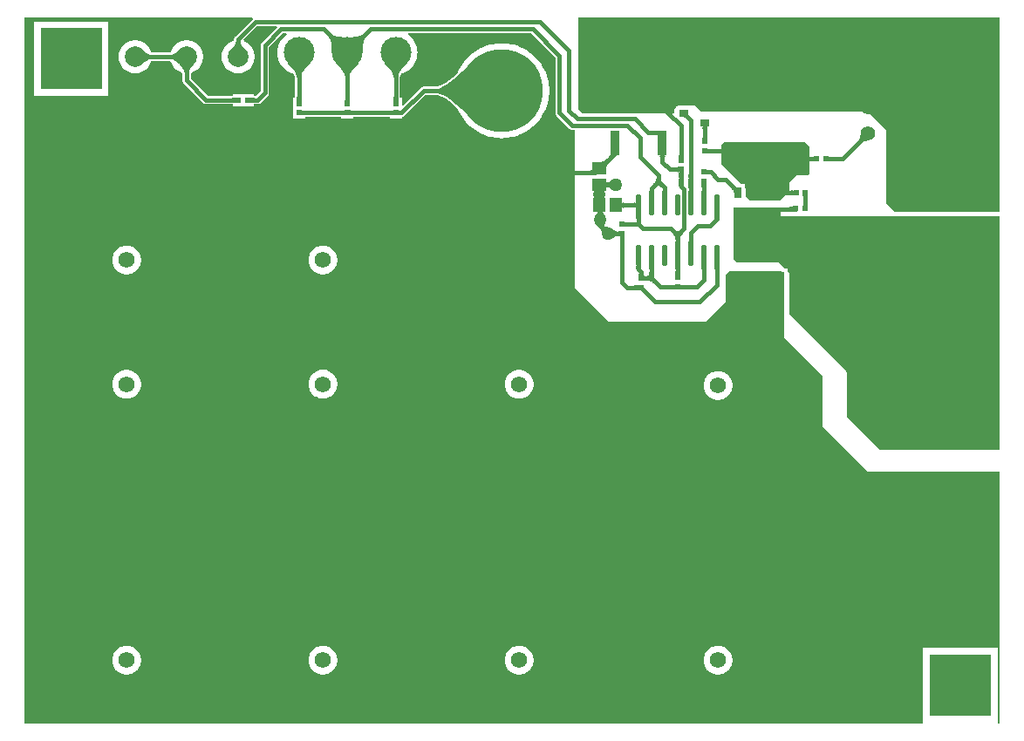
<source format=gtl>
G04*
G04 #@! TF.GenerationSoftware,Altium Limited,Altium Designer,19.0.6 (157)*
G04*
G04 Layer_Physical_Order=1*
G04 Layer_Color=255*
%FSLAX25Y25*%
%MOIN*%
G70*
G01*
G75*
%ADD15R,0.02200X0.02200*%
G04:AMPARAMS|DCode=16|XSize=78mil|YSize=22mil|CornerRadius=5.5mil|HoleSize=0mil|Usage=FLASHONLY|Rotation=90.000|XOffset=0mil|YOffset=0mil|HoleType=Round|Shape=RoundedRectangle|*
%AMROUNDEDRECTD16*
21,1,0.07800,0.01100,0,0,90.0*
21,1,0.06700,0.02200,0,0,90.0*
1,1,0.01100,0.00550,0.03350*
1,1,0.01100,0.00550,-0.03350*
1,1,0.01100,-0.00550,-0.03350*
1,1,0.01100,-0.00550,0.03350*
%
%ADD16ROUNDEDRECTD16*%
%ADD17R,0.02000X0.02200*%
%ADD18R,0.05700X0.05500*%
%ADD19R,0.20866X0.16500*%
%ADD20R,0.02200X0.02200*%
%ADD21R,0.02200X0.02000*%
%ADD22R,0.05140X0.05709*%
%ADD23R,0.05709X0.05140*%
%ADD24R,0.03700X0.09800*%
%ADD25R,0.26700X0.27300*%
%ADD26R,0.03150X0.03347*%
%ADD27R,0.03150X0.03937*%
%ADD28R,0.29300X0.06300*%
%ADD29R,0.03500X0.03100*%
%ADD30R,0.18110X0.14370*%
%ADD47C,0.01500*%
%ADD48R,0.03150X0.01000*%
%ADD49C,0.07874*%
%ADD50R,0.06200X0.06200*%
%ADD51C,0.06200*%
%ADD52C,0.11811*%
%ADD53C,0.31496*%
%ADD54R,0.23622X0.23622*%
%ADD55C,0.05500*%
%ADD56C,0.15748*%
%ADD57C,0.05000*%
%ADD58C,0.02165*%
G36*
X84235Y262625D02*
X84295Y262320D01*
X84395Y262004D01*
X84535Y261678D01*
X84716Y261342D01*
X84937Y260995D01*
X85198Y260638D01*
X85498Y260270D01*
X86221Y259505D01*
X80709D01*
X81090Y259893D01*
X81732Y260638D01*
X81992Y260995D01*
X82213Y261342D01*
X82394Y261678D01*
X82534Y262004D01*
X82634Y262320D01*
X82695Y262625D01*
X82715Y262920D01*
X84215D01*
X84235Y262625D01*
D02*
G37*
G36*
X132375Y264385D02*
X132124Y264087D01*
X131901Y263720D01*
X131706Y263285D01*
X131537Y262782D01*
X131396Y262210D01*
X131283Y261570D01*
X131197Y260862D01*
X131106Y259240D01*
X131102Y258327D01*
X125256Y264173D01*
X126169Y264177D01*
X128499Y264354D01*
X129139Y264467D01*
X129711Y264608D01*
X130214Y264777D01*
X130649Y264972D01*
X131016Y265195D01*
X131314Y265446D01*
X132375Y264385D01*
D02*
G37*
G36*
X119378Y265195D02*
X119744Y264972D01*
X120179Y264777D01*
X120683Y264608D01*
X121254Y264467D01*
X121894Y264354D01*
X122602Y264268D01*
X124224Y264177D01*
X125138Y264173D01*
X119292Y258327D01*
X119287Y259240D01*
X119111Y261570D01*
X118997Y262210D01*
X118856Y262782D01*
X118688Y263285D01*
X118492Y263720D01*
X118269Y264087D01*
X118019Y264385D01*
X119080Y265446D01*
X119378Y265195D01*
D02*
G37*
G36*
X60968Y253937D02*
X60580Y254318D01*
X59835Y254960D01*
X59478Y255221D01*
X59131Y255441D01*
X58795Y255622D01*
X58469Y255762D01*
X58153Y255863D01*
X57847Y255923D01*
X57552Y255943D01*
Y257443D01*
X57847Y257463D01*
X58153Y257523D01*
X58469Y257623D01*
X58795Y257764D01*
X59131Y257944D01*
X59478Y258165D01*
X59835Y258426D01*
X60202Y258727D01*
X60968Y259449D01*
Y253937D01*
D02*
G37*
G36*
X47294Y259068D02*
X48039Y258426D01*
X48396Y258165D01*
X48743Y257944D01*
X49079Y257764D01*
X49406Y257623D01*
X49721Y257523D01*
X50027Y257463D01*
X50322Y257443D01*
Y255943D01*
X50027Y255923D01*
X49721Y255863D01*
X49406Y255762D01*
X49079Y255622D01*
X48743Y255441D01*
X48396Y255221D01*
X48039Y254960D01*
X47672Y254659D01*
X46906Y253937D01*
Y259449D01*
X47294Y259068D01*
D02*
G37*
G36*
X66154Y253493D02*
X65512Y252748D01*
X65252Y252391D01*
X65031Y252044D01*
X64850Y251708D01*
X64710Y251382D01*
X64610Y251066D01*
X64550Y250761D01*
X64530Y250466D01*
X63029D01*
X63010Y250761D01*
X62949Y251066D01*
X62849Y251382D01*
X62709Y251708D01*
X62528Y252044D01*
X62307Y252391D01*
X62047Y252748D01*
X61746Y253116D01*
X61024Y253881D01*
X66535D01*
X66154Y253493D01*
D02*
G37*
G36*
X147192Y253401D02*
X145669Y251629D01*
X145297Y251096D01*
X144992Y250592D01*
X144755Y250117D01*
X144586Y249671D01*
X144485Y249255D01*
X144451Y248867D01*
X142951D01*
X142917Y249255D01*
X142815Y249671D01*
X142646Y250117D01*
X142409Y250592D01*
X142105Y251096D01*
X141733Y251629D01*
X141293Y252191D01*
X140210Y253401D01*
X139567Y254050D01*
X147835D01*
X147192Y253401D01*
D02*
G37*
G36*
X128688D02*
X127165Y251629D01*
X126793Y251096D01*
X126488Y250592D01*
X126251Y250117D01*
X126082Y249671D01*
X125981Y249255D01*
X125947Y248867D01*
X124447D01*
X124413Y249255D01*
X124311Y249671D01*
X124142Y250117D01*
X123905Y250592D01*
X123601Y251096D01*
X123229Y251629D01*
X122789Y252191D01*
X121706Y253401D01*
X121063Y254050D01*
X129331D01*
X128688Y253401D01*
D02*
G37*
G36*
X110184D02*
X108661Y251629D01*
X108289Y251096D01*
X107984Y250592D01*
X107747Y250117D01*
X107578Y249671D01*
X107477Y249255D01*
X107443Y248867D01*
X105943D01*
X105909Y249255D01*
X105808Y249671D01*
X105638Y250117D01*
X105402Y250592D01*
X105097Y251096D01*
X104725Y251629D01*
X104285Y252191D01*
X103202Y253401D01*
X102559Y254050D01*
X110827D01*
X110184Y253401D01*
D02*
G37*
G36*
X144454Y241061D02*
X144505Y240386D01*
X144535Y240221D01*
X144572Y240086D01*
X144616Y239981D01*
X144667Y239906D01*
X144725Y239861D01*
X144789Y239846D01*
X142613D01*
X142677Y239861D01*
X142735Y239906D01*
X142785Y239981D01*
X142829Y240086D01*
X142866Y240221D01*
X142897Y240386D01*
X142920Y240581D01*
X142947Y241061D01*
X142951Y241346D01*
X144451D01*
X144454Y241061D01*
D02*
G37*
G36*
X125950D02*
X126001Y240386D01*
X126031Y240221D01*
X126068Y240086D01*
X126112Y239981D01*
X126163Y239906D01*
X126221Y239861D01*
X126285Y239846D01*
X124109D01*
X124173Y239861D01*
X124231Y239906D01*
X124281Y239981D01*
X124325Y240086D01*
X124362Y240221D01*
X124393Y240386D01*
X124416Y240581D01*
X124443Y241061D01*
X124447Y241346D01*
X125947D01*
X125950Y241061D01*
D02*
G37*
G36*
X107446D02*
X107497Y240386D01*
X107527Y240221D01*
X107565Y240086D01*
X107608Y239981D01*
X107659Y239906D01*
X107717Y239861D01*
X107781Y239846D01*
X105605D01*
X105669Y239861D01*
X105727Y239906D01*
X105777Y239981D01*
X105821Y240086D01*
X105858Y240221D01*
X105889Y240386D01*
X105912Y240581D01*
X105939Y241061D01*
X105943Y241346D01*
X107443D01*
X107446Y241061D01*
D02*
G37*
G36*
X88286Y241181D02*
X88331Y241124D01*
X88406Y241073D01*
X88511Y241029D01*
X88646Y240992D01*
X88811Y240962D01*
X89006Y240938D01*
X89486Y240911D01*
X89771Y240908D01*
Y239407D01*
X89486Y239404D01*
X88811Y239353D01*
X88646Y239323D01*
X88511Y239286D01*
X88406Y239242D01*
X88331Y239191D01*
X88286Y239134D01*
X88271Y239070D01*
Y241246D01*
X88286Y241181D01*
D02*
G37*
G36*
X82595Y239070D02*
X82580Y239134D01*
X82535Y239191D01*
X82460Y239242D01*
X82355Y239286D01*
X82220Y239323D01*
X82055Y239353D01*
X81860Y239377D01*
X81380Y239404D01*
X81095Y239407D01*
Y240908D01*
X81380Y240911D01*
X82055Y240962D01*
X82220Y240992D01*
X82355Y241029D01*
X82460Y241073D01*
X82535Y241124D01*
X82580Y241181D01*
X82595Y241246D01*
Y239070D01*
D02*
G37*
G36*
X144800Y236282D02*
X144833Y236224D01*
X144888Y236174D01*
X144965Y236130D01*
X145063Y236092D01*
X145184Y236062D01*
X145327Y236038D01*
X145492Y236021D01*
X145888Y236008D01*
Y234508D01*
X145679Y234505D01*
X145327Y234477D01*
X145184Y234454D01*
X145063Y234423D01*
X144965Y234386D01*
X144888Y234342D01*
X144833Y234292D01*
X144800Y234234D01*
X144789Y234170D01*
Y236346D01*
X144800Y236282D01*
D02*
G37*
G36*
X142613Y234170D02*
X142598Y234234D01*
X142553Y234292D01*
X142478Y234342D01*
X142373Y234386D01*
X142238Y234423D01*
X142073Y234454D01*
X141878Y234477D01*
X141398Y234505D01*
X141113Y234508D01*
Y236008D01*
X141398Y236011D01*
X142073Y236062D01*
X142238Y236092D01*
X142373Y236130D01*
X142478Y236174D01*
X142553Y236224D01*
X142598Y236282D01*
X142613Y236346D01*
Y234170D01*
D02*
G37*
G36*
X126300Y236282D02*
X126345Y236224D01*
X126420Y236174D01*
X126525Y236130D01*
X126660Y236092D01*
X126825Y236062D01*
X127020Y236038D01*
X127500Y236011D01*
X127785Y236008D01*
Y234508D01*
X127500Y234505D01*
X126825Y234454D01*
X126660Y234423D01*
X126525Y234386D01*
X126420Y234342D01*
X126345Y234292D01*
X126300Y234234D01*
X126285Y234170D01*
Y236346D01*
X126300Y236282D01*
D02*
G37*
G36*
X124109Y234170D02*
X124094Y234234D01*
X124049Y234292D01*
X123974Y234342D01*
X123869Y234386D01*
X123734Y234423D01*
X123569Y234454D01*
X123374Y234477D01*
X122894Y234505D01*
X122609Y234508D01*
Y236008D01*
X122894Y236011D01*
X123569Y236062D01*
X123734Y236092D01*
X123869Y236130D01*
X123974Y236174D01*
X124049Y236224D01*
X124094Y236282D01*
X124109Y236346D01*
Y234170D01*
D02*
G37*
G36*
X107796Y236282D02*
X107841Y236224D01*
X107916Y236174D01*
X108021Y236130D01*
X108156Y236092D01*
X108321Y236062D01*
X108516Y236038D01*
X108996Y236011D01*
X109281Y236008D01*
Y234508D01*
X108996Y234505D01*
X108321Y234454D01*
X108156Y234423D01*
X108021Y234386D01*
X107916Y234342D01*
X107841Y234292D01*
X107796Y234234D01*
X107781Y234170D01*
Y236346D01*
X107796Y236282D01*
D02*
G37*
G36*
X173006Y232677D02*
X171054Y234629D01*
X164487Y240382D01*
X163156Y241307D01*
X161949Y242026D01*
X160866Y242540D01*
X159908Y242848D01*
X159073Y242951D01*
Y244451D01*
X159908Y244553D01*
X160866Y244862D01*
X161949Y245375D01*
X163156Y246095D01*
X164487Y247019D01*
X165943Y248149D01*
X169226Y251026D01*
X173006Y254724D01*
Y232677D01*
D02*
G37*
G36*
X255590Y235000D02*
X255563Y234898D01*
X255575Y234774D01*
X255625Y234626D01*
X255714Y234455D01*
X255840Y234261D01*
X256004Y234044D01*
X256448Y233541D01*
X256727Y233254D01*
X255466Y232394D01*
X255194Y232657D01*
X254499Y233240D01*
X254307Y233365D01*
X254134Y233455D01*
X253981Y233510D01*
X253848Y233530D01*
X253735Y233516D01*
X253642Y233466D01*
X255654Y235078D01*
X255590Y235000D01*
D02*
G37*
G36*
X263185Y229751D02*
X263058Y229706D01*
X262945Y229630D01*
X262848Y229524D01*
X262766Y229388D01*
X262698Y229222D01*
X262645Y229025D01*
X262608Y228799D01*
X262585Y228541D01*
X262578Y228254D01*
X261078D01*
X261070Y228541D01*
X261048Y228799D01*
X261010Y229025D01*
X260958Y229222D01*
X260891Y229388D01*
X260808Y229524D01*
X260710Y229630D01*
X260598Y229706D01*
X260470Y229751D01*
X260328Y229766D01*
X263328D01*
X263185Y229751D01*
D02*
G37*
G36*
X243792Y228457D02*
X243804Y226219D01*
X243788Y226361D01*
X243742Y226489D01*
X243666Y226601D01*
X243560Y226699D01*
X243424Y226781D01*
X243258Y226849D01*
X243061Y226901D01*
X242835Y226939D01*
X242579Y226961D01*
X242292Y226969D01*
Y228469D01*
X243792Y228457D01*
D02*
G37*
G36*
X262581Y226545D02*
X262632Y225870D01*
X262662Y225705D01*
X262700Y225570D01*
X262744Y225465D01*
X262794Y225390D01*
X262852Y225345D01*
X262916Y225330D01*
X260740D01*
X260804Y225345D01*
X260862Y225390D01*
X260912Y225465D01*
X260956Y225570D01*
X260993Y225705D01*
X261024Y225870D01*
X261048Y226065D01*
X261075Y226545D01*
X261078Y226830D01*
X262578D01*
X262581Y226545D01*
D02*
G37*
G36*
X324067Y224494D02*
X323746Y224489D01*
X323441Y224467D01*
X323153Y224428D01*
X322881Y224371D01*
X322624Y224298D01*
X322385Y224208D01*
X322161Y224100D01*
X321954Y223976D01*
X321762Y223835D01*
X321587Y223676D01*
X320527Y224737D01*
X320685Y224912D01*
X320826Y225103D01*
X320951Y225310D01*
X321058Y225534D01*
X321148Y225774D01*
X321222Y226030D01*
X321278Y226302D01*
X321317Y226591D01*
X321339Y226896D01*
X321345Y227217D01*
X324067Y224494D01*
D02*
G37*
G36*
X262931Y221585D02*
X262976Y221545D01*
X263051Y221509D01*
X263156Y221478D01*
X263291Y221452D01*
X263456Y221430D01*
X263876Y221402D01*
X264416Y221392D01*
Y219892D01*
X264131Y219890D01*
X263291Y219833D01*
X263156Y219806D01*
X263051Y219776D01*
X262976Y219740D01*
X262931Y219699D01*
X262916Y219654D01*
Y221630D01*
X262931Y221585D01*
D02*
G37*
G36*
X228545Y218681D02*
X228393Y218731D01*
X228216Y218734D01*
X228014Y218691D01*
X227786Y218601D01*
X227534Y218465D01*
X227256Y218283D01*
X226953Y218054D01*
X226272Y217458D01*
X225893Y217090D01*
X224700Y218018D01*
X225027Y218355D01*
X225533Y218947D01*
X225713Y219201D01*
X225843Y219427D01*
X225925Y219625D01*
X225957Y219795D01*
X225941Y219938D01*
X225875Y220052D01*
X225760Y220139D01*
X228545Y218681D01*
D02*
G37*
G36*
X253509Y219407D02*
X253560Y218732D01*
X253590Y218567D01*
X253628Y218432D01*
X253672Y218327D01*
X253722Y218252D01*
X253780Y218207D01*
X253844Y218192D01*
X251668D01*
X251732Y218207D01*
X251790Y218252D01*
X251840Y218327D01*
X251884Y218432D01*
X251921Y218567D01*
X251952Y218732D01*
X251975Y218927D01*
X252003Y219407D01*
X252006Y219692D01*
X253506D01*
X253509Y219407D01*
D02*
G37*
G36*
X246987Y218666D02*
X246860Y218621D01*
X246747Y218546D01*
X246650Y218441D01*
X246567Y218306D01*
X246500Y218141D01*
X246447Y217946D01*
X246410Y217721D01*
X246387Y217466D01*
X246380Y217181D01*
X244880D01*
X244872Y217466D01*
X244850Y217721D01*
X244812Y217946D01*
X244760Y218141D01*
X244692Y218306D01*
X244610Y218441D01*
X244512Y218546D01*
X244400Y218621D01*
X244272Y218666D01*
X244130Y218681D01*
X247130D01*
X246987Y218666D01*
D02*
G37*
G36*
X225546Y216742D02*
X225249Y216435D01*
X224782Y215883D01*
X224612Y215639D01*
X224485Y215417D01*
X224400Y215215D01*
X224358Y215035D01*
Y214876D01*
X224400Y214738D01*
X224485Y214621D01*
X222363Y216742D01*
X222480Y216657D01*
X222618Y216615D01*
X222777D01*
X222957Y216657D01*
X223159Y216742D01*
X223382Y216870D01*
X223626Y217039D01*
X223891Y217251D01*
X224485Y217803D01*
X225546Y216742D01*
D02*
G37*
G36*
X309152Y218666D02*
X309197Y218608D01*
X309272Y218558D01*
X309377Y218514D01*
X309512Y218477D01*
X309677Y218446D01*
X309872Y218423D01*
X310352Y218395D01*
X310637Y218392D01*
Y216892D01*
X310352Y216889D01*
X309677Y216838D01*
X309512Y216808D01*
X309377Y216770D01*
X309272Y216726D01*
X309197Y216676D01*
X309152Y216618D01*
X309137Y216554D01*
Y218730D01*
X309152Y218666D01*
D02*
G37*
G36*
X301969Y222047D02*
Y218392D01*
X302246Y218395D01*
X302921Y218446D01*
X303086Y218477D01*
X303221Y218514D01*
X303326Y218558D01*
X303401Y218608D01*
X303446Y218666D01*
X303461Y218730D01*
Y216554D01*
X303446Y216618D01*
X303401Y216676D01*
X303326Y216726D01*
X303221Y216770D01*
X303086Y216808D01*
X302921Y216838D01*
X302726Y216862D01*
X302246Y216889D01*
X301969Y216892D01*
Y212205D01*
X301181Y211417D01*
X296850D01*
X294094Y208661D01*
Y205520D01*
X294372Y205523D01*
X295047Y205574D01*
X295212Y205604D01*
X295347Y205641D01*
X295452Y205685D01*
X295527Y205736D01*
X295572Y205793D01*
X295587Y205858D01*
Y203682D01*
X295572Y203746D01*
X295527Y203803D01*
X295452Y203854D01*
X295347Y203898D01*
X295212Y203935D01*
X295047Y203966D01*
X294852Y203989D01*
X294372Y204016D01*
X294087Y204020D01*
Y205111D01*
X290551Y201575D01*
X279134D01*
X277559Y203150D01*
X277559Y206299D01*
X277153Y206705D01*
Y207938D01*
X275920D01*
X268110Y215748D01*
X268110Y222835D01*
X269291Y224016D01*
X300000D01*
X301969Y222047D01*
D02*
G37*
G36*
X262481Y213737D02*
X262526Y213654D01*
X262601Y213581D01*
X262706Y213518D01*
X262841Y213464D01*
X263006Y213420D01*
X263201Y213386D01*
X263426Y213362D01*
X263966Y213342D01*
Y211842D01*
X262466Y211854D01*
Y213830D01*
X262481Y213737D01*
D02*
G37*
G36*
X218800Y211626D02*
X218785Y211624D01*
X218740Y211622D01*
X217300Y211614D01*
Y213114D01*
X217587Y213122D01*
X217843Y213144D01*
X218070Y213182D01*
X218266Y213234D01*
X218432Y213302D01*
X218568Y213384D01*
X218674Y213482D01*
X218750Y213594D01*
X218796Y213722D01*
X218812Y213864D01*
X218800Y211626D01*
D02*
G37*
G36*
X257130Y211445D02*
X257187Y210605D01*
X257214Y210470D01*
X257245Y210365D01*
X257280Y210290D01*
X257321Y210245D01*
X257366Y210230D01*
X255390D01*
X255435Y210245D01*
X255476Y210290D01*
X255511Y210365D01*
X255542Y210470D01*
X255568Y210605D01*
X255590Y210770D01*
X255618Y211190D01*
X255628Y211730D01*
X257128D01*
X257130Y211445D01*
D02*
G37*
G36*
X251668Y212516D02*
X253844D01*
X253772Y212501D01*
X253708Y212456D01*
X253652Y212381D01*
X253603Y212276D01*
X253561Y212141D01*
X253527Y211976D01*
X253501Y211781D01*
X253475Y211365D01*
X253539Y210470D01*
X253564Y210365D01*
X253594Y210290D01*
X253628Y210245D01*
X253666Y210230D01*
X251690D01*
X251743Y210245D01*
X251790Y210290D01*
X251831Y210365D01*
X251867Y210470D01*
X251898Y210605D01*
X251923Y210770D01*
X251956Y211190D01*
X251959Y211368D01*
X251919Y211976D01*
X251892Y212141D01*
X251859Y212276D01*
X251820Y212381D01*
X251776Y212456D01*
X251725Y212501D01*
X251668Y212516D01*
X251653Y212580D01*
X251608Y212638D01*
X251533Y212689D01*
X251428Y212733D01*
X251293Y212770D01*
X251128Y212800D01*
X250933Y212824D01*
X250453Y212851D01*
X250168Y212854D01*
Y214354D01*
X250453Y214358D01*
X251128Y214408D01*
X251293Y214439D01*
X251428Y214476D01*
X251533Y214520D01*
X251608Y214571D01*
X251653Y214628D01*
X251668Y214692D01*
Y212516D01*
D02*
G37*
G36*
X226178Y206113D02*
X225981Y206303D01*
X225781Y206473D01*
X225578Y206623D01*
X225372Y206753D01*
X225164Y206863D01*
X224952Y206953D01*
X224938Y206958D01*
X224860Y206926D01*
X224725Y206843D01*
X224620Y206746D01*
X224545Y206633D01*
X224500Y206505D01*
X224485Y206363D01*
Y207078D01*
X224301Y207103D01*
X224079Y207113D01*
Y208613D01*
X224301Y208623D01*
X224485Y208648D01*
Y209363D01*
X224500Y209221D01*
X224545Y209093D01*
X224620Y208980D01*
X224725Y208883D01*
X224860Y208801D01*
X224938Y208768D01*
X224952Y208773D01*
X225164Y208863D01*
X225372Y208973D01*
X225578Y209103D01*
X225781Y209253D01*
X225981Y209423D01*
X226178Y209613D01*
Y206113D01*
D02*
G37*
G36*
X253541Y208057D02*
X253517Y208030D01*
X253496Y207985D01*
X253478Y207922D01*
X253463Y207841D01*
X253450Y207742D01*
X253433Y207489D01*
X253428Y207165D01*
X251928D01*
X251926Y207336D01*
X251893Y207841D01*
X251878Y207922D01*
X251860Y207985D01*
X251839Y208030D01*
X251815Y208057D01*
X251788Y208066D01*
X253568D01*
X253541Y208057D01*
D02*
G37*
G36*
X244855Y210504D02*
X244887Y210217D01*
X244940Y209939D01*
X245014Y209670D01*
X245110Y209409D01*
X245226Y209158D01*
X245364Y208915D01*
X245523Y208681D01*
X245704Y208455D01*
X245905Y208239D01*
X245155Y206868D01*
X244943Y207059D01*
X244731Y207207D01*
X244519Y207313D01*
X244307Y207377D01*
X244094Y207398D01*
X243882Y207377D01*
X243670Y207313D01*
X243458Y207207D01*
X243246Y207059D01*
X243034Y206868D01*
X242284Y208239D01*
X242485Y208455D01*
X242666Y208681D01*
X242825Y208915D01*
X242963Y209158D01*
X243079Y209409D01*
X243175Y209670D01*
X243249Y209939D01*
X243302Y210217D01*
X243334Y210504D01*
X243344Y210800D01*
X244845D01*
X244855Y210504D01*
D02*
G37*
G36*
X262402Y208139D02*
X262344Y208094D01*
X262294Y208019D01*
X262250Y207914D01*
X262212Y207779D01*
X262182Y207614D01*
X262158Y207419D01*
X262131Y206939D01*
X262128Y206654D01*
X260628D01*
X260625Y206939D01*
X260574Y207614D01*
X260543Y207779D01*
X260506Y207914D01*
X260462Y208019D01*
X260412Y208094D01*
X260354Y208139D01*
X260290Y208154D01*
X262466D01*
X262402Y208139D01*
D02*
G37*
G36*
X257321Y208039D02*
X257280Y207994D01*
X257245Y207919D01*
X257214Y207814D01*
X257187Y207679D01*
X257166Y207514D01*
X257137Y207094D01*
X257128Y206554D01*
X255628D01*
X255626Y206839D01*
X255568Y207679D01*
X255542Y207814D01*
X255511Y207919D01*
X255476Y207994D01*
X255435Y208039D01*
X255390Y208054D01*
X257366D01*
X257321Y208039D01*
D02*
G37*
G36*
X222402Y207577D02*
X222429Y207349D01*
X222476Y207128D01*
X222540Y206914D01*
X222624Y206708D01*
X222725Y206509D01*
X222846Y206317D01*
X222984Y206132D01*
X223142Y205954D01*
X223317Y205784D01*
X219968D01*
X220144Y205954D01*
X220301Y206132D01*
X220439Y206317D01*
X220560Y206509D01*
X220661Y206708D01*
X220745Y206914D01*
X220809Y207128D01*
X220855Y207349D01*
X220883Y207577D01*
X220893Y207812D01*
X222393D01*
X222402Y207577D01*
D02*
G37*
G36*
X273123Y207490D02*
X273674Y207023D01*
X273918Y206854D01*
X274141Y206726D01*
X274342Y206641D01*
X274523Y206599D01*
X274682D01*
X274820Y206641D01*
X274937Y206726D01*
X272815Y204605D01*
X272900Y204721D01*
X272942Y204859D01*
Y205018D01*
X272900Y205199D01*
X272815Y205400D01*
X272688Y205623D01*
X272518Y205867D01*
X272306Y206132D01*
X271755Y206726D01*
X272815Y207787D01*
X273123Y207490D01*
D02*
G37*
G36*
X262131Y205092D02*
X262177Y204420D01*
X262205Y204231D01*
X262278Y203907D01*
X262324Y203771D01*
X262376Y203653D01*
X262435Y203552D01*
X260321D01*
X260380Y203653D01*
X260432Y203771D01*
X260478Y203907D01*
X260518Y204060D01*
X260551Y204231D01*
X260600Y204626D01*
X260616Y204850D01*
X260628Y205351D01*
X262128D01*
X262131Y205092D01*
D02*
G37*
G36*
X257131D02*
X257177Y204420D01*
X257205Y204231D01*
X257278Y203907D01*
X257324Y203771D01*
X257376Y203653D01*
X257435Y203552D01*
X255321D01*
X255380Y203653D01*
X255432Y203771D01*
X255478Y203907D01*
X255518Y204060D01*
X255551Y204231D01*
X255600Y204626D01*
X255616Y204850D01*
X255628Y205351D01*
X257128D01*
X257131Y205092D01*
D02*
G37*
G36*
X247131D02*
X247177Y204420D01*
X247205Y204231D01*
X247278Y203907D01*
X247324Y203771D01*
X247376Y203653D01*
X247435Y203552D01*
X245321D01*
X245379Y203653D01*
X245432Y203771D01*
X245478Y203907D01*
X245517Y204060D01*
X245551Y204231D01*
X245600Y204626D01*
X245616Y204850D01*
X245628Y205351D01*
X247128D01*
X247131Y205092D01*
D02*
G37*
G36*
X242131D02*
X242177Y204420D01*
X242205Y204231D01*
X242278Y203907D01*
X242324Y203771D01*
X242376Y203653D01*
X242435Y203552D01*
X240321D01*
X240380Y203653D01*
X240432Y203771D01*
X240478Y203907D01*
X240517Y204060D01*
X240551Y204231D01*
X240600Y204626D01*
X240616Y204850D01*
X240628Y205351D01*
X242128D01*
X242131Y205092D01*
D02*
G37*
G36*
X222901Y205303D02*
X222794Y205261D01*
X222700Y205192D01*
X222618Y205095D01*
X222549Y204970D01*
X222493Y204817D01*
X222449Y204636D01*
X222418Y204428D01*
X222399Y204191D01*
X222393Y203928D01*
X222396Y203718D01*
X222423Y203364D01*
X222447Y203220D01*
X222478Y203099D01*
X222516Y202999D01*
X222561Y202922D01*
X222612Y202867D01*
X222670Y202834D01*
X222736Y202822D01*
X220549D01*
X220615Y202834D01*
X220673Y202867D01*
X220724Y202922D01*
X220769Y202999D01*
X220807Y203099D01*
X220838Y203220D01*
X220862Y203364D01*
X220879Y203530D01*
X220893Y203928D01*
X220886Y204191D01*
X220867Y204428D01*
X220836Y204636D01*
X220792Y204817D01*
X220736Y204970D01*
X220667Y205095D01*
X220585Y205192D01*
X220491Y205261D01*
X220384Y205303D01*
X220265Y205317D01*
X223020D01*
X222901Y205303D01*
D02*
G37*
G36*
X301199Y203667D02*
X301142Y203622D01*
X301091Y203547D01*
X301047Y203442D01*
X301010Y203307D01*
X300979Y203142D01*
X300956Y202947D01*
X300929Y202467D01*
X300925Y202182D01*
X299425D01*
X299422Y202467D01*
X299371Y203142D01*
X299341Y203307D01*
X299304Y203442D01*
X299260Y203547D01*
X299209Y203622D01*
X299151Y203667D01*
X299087Y203682D01*
X301263D01*
X301199Y203667D01*
D02*
G37*
G36*
X223142Y201901D02*
X222984Y201723D01*
X222846Y201538D01*
X222725Y201346D01*
X222624Y201147D01*
X222540Y200941D01*
X222476Y200727D01*
X222429Y200506D01*
X222402Y200278D01*
X222393Y200043D01*
X220893D01*
X220883Y200278D01*
X220855Y200506D01*
X220809Y200727D01*
X220745Y200941D01*
X220661Y201147D01*
X220560Y201346D01*
X220439Y201538D01*
X220301Y201723D01*
X220144Y201901D01*
X219968Y202071D01*
X223317D01*
X223142Y201901D01*
D02*
G37*
G36*
X300929Y201122D02*
X300979Y200447D01*
X301010Y200282D01*
X301047Y200147D01*
X301091Y200042D01*
X301142Y199967D01*
X301199Y199922D01*
X301263Y199907D01*
X299287D01*
X299313Y199922D01*
X299337Y199967D01*
X299358Y200042D01*
X299376Y200147D01*
X299391Y200282D01*
X299420Y200867D01*
X299425Y201407D01*
X300925D01*
X300929Y201122D01*
D02*
G37*
G36*
X235291Y198492D02*
X235276Y198635D01*
X235231Y198762D01*
X235155Y198875D01*
X235050Y198972D01*
X234913Y199055D01*
X234747Y199122D01*
X234550Y199175D01*
X234324Y199212D01*
X234067Y199235D01*
X233779Y199242D01*
Y200742D01*
X234067Y200750D01*
X234324Y200772D01*
X234550Y200810D01*
X234747Y200862D01*
X234913Y200930D01*
X235050Y201012D01*
X235155Y201110D01*
X235231Y201222D01*
X235276Y201350D01*
X235291Y201492D01*
Y198492D01*
D02*
G37*
G36*
X230525Y201350D02*
X230570Y201222D01*
X230646Y201110D01*
X230752Y201012D01*
X230888Y200930D01*
X231054Y200862D01*
X231251Y200810D01*
X231477Y200772D01*
X231735Y200750D01*
X232022Y200742D01*
Y199242D01*
X231735Y199235D01*
X231477Y199212D01*
X231251Y199175D01*
X231054Y199122D01*
X230888Y199055D01*
X230752Y198972D01*
X230646Y198875D01*
X230570Y198762D01*
X230525Y198635D01*
X230510Y198492D01*
Y201492D01*
X230525Y201350D01*
D02*
G37*
G36*
X295587Y197731D02*
X295572Y197736D01*
X295527Y197741D01*
X295347Y197748D01*
X294087Y197758D01*
Y199258D01*
X294372Y199264D01*
X294627Y199284D01*
X294852Y199316D01*
X295047Y199362D01*
X295212Y199420D01*
X295347Y199492D01*
X295452Y199576D01*
X295527Y199673D01*
X295572Y199784D01*
X295587Y199907D01*
Y197731D01*
D02*
G37*
G36*
X374569Y197277D02*
X334613D01*
X331102Y200787D01*
Y228740D01*
X324016Y235827D01*
X260236Y235827D01*
X258121Y237942D01*
X251438D01*
X251238Y237742D01*
X250978D01*
Y237482D01*
X250000Y236504D01*
X250000Y234992D01*
X249478D01*
X249466Y234916D01*
X249493Y234799D01*
X249560Y234661D01*
X249670Y234502D01*
X249820Y234322D01*
X250011Y234120D01*
X248420Y233590D01*
X248107Y233892D01*
X247513Y234401D01*
X247232Y234608D01*
X246962Y234783D01*
X246702Y234926D01*
X246555Y234992D01*
X215008D01*
X213386Y236614D01*
Y271813D01*
X374569D01*
Y197277D01*
D02*
G37*
G36*
X222687Y198151D02*
X222717Y197931D01*
X222767Y197714D01*
X222837Y197500D01*
X222927Y197289D01*
X223000Y197150D01*
X223427D01*
X223284Y197135D01*
X223157Y197090D01*
X223068Y197031D01*
X223167Y196874D01*
X223317Y196671D01*
X223487Y196471D01*
X223677Y196274D01*
X222721D01*
X222707Y196190D01*
X222684Y195935D01*
X222677Y195650D01*
X221177D01*
X221169Y195935D01*
X221147Y196190D01*
X221133Y196274D01*
X220177D01*
X220367Y196471D01*
X220537Y196671D01*
X220687Y196874D01*
X220786Y197031D01*
X220697Y197090D01*
X220569Y197135D01*
X220427Y197150D01*
X220854D01*
X220927Y197289D01*
X221017Y197500D01*
X221087Y197714D01*
X221137Y197931D01*
X221167Y198151D01*
X221177Y198373D01*
X222677D01*
X222687Y198151D01*
D02*
G37*
G36*
X267376Y196333D02*
X267324Y196217D01*
X267278Y196086D01*
X267238Y195939D01*
X267205Y195776D01*
X267156Y195403D01*
X267140Y195192D01*
X267128Y194724D01*
X265628D01*
X265625Y194966D01*
X265579Y195597D01*
X265551Y195776D01*
X265478Y196086D01*
X265432Y196217D01*
X265380Y196333D01*
X265321Y196432D01*
X267435D01*
X267376Y196333D01*
D02*
G37*
G36*
X237376Y196332D02*
X237324Y196213D01*
X237278Y196078D01*
X237238Y195924D01*
X237205Y195753D01*
X237156Y195358D01*
X237140Y195134D01*
X237128Y194633D01*
X235628D01*
X235625Y194893D01*
X235579Y195564D01*
X235551Y195753D01*
X235478Y196078D01*
X235432Y196213D01*
X235380Y196332D01*
X235321Y196432D01*
X237435D01*
X237376Y196332D01*
D02*
G37*
G36*
X231418Y193616D02*
X231463Y193558D01*
X231538Y193508D01*
X231643Y193464D01*
X231778Y193427D01*
X231943Y193396D01*
X232138Y193373D01*
X232618Y193345D01*
X232903Y193342D01*
Y191842D01*
X232618Y191839D01*
X231943Y191788D01*
X231778Y191758D01*
X231643Y191720D01*
X231538Y191676D01*
X231463Y191626D01*
X231418Y191568D01*
X231403Y191504D01*
Y193680D01*
X231418Y193616D01*
D02*
G37*
G36*
X253189Y189136D02*
X252987Y188919D01*
X252807Y188694D01*
X252648Y188460D01*
X252510Y188217D01*
X252393Y187965D01*
X252298Y187705D01*
X252223Y187436D01*
X252170Y187158D01*
X252139Y186871D01*
X252128Y186575D01*
X250628D01*
X250617Y186871D01*
X250586Y187158D01*
X250533Y187436D01*
X250458Y187705D01*
X250363Y187965D01*
X250246Y188217D01*
X250108Y188460D01*
X249949Y188694D01*
X249769Y188919D01*
X249567Y189136D01*
X250317Y190507D01*
X250529Y190316D01*
X250742Y190168D01*
X250954Y190062D01*
X251166Y189998D01*
X251378Y189977D01*
X251590Y189998D01*
X251802Y190062D01*
X252014Y190168D01*
X252226Y190316D01*
X252439Y190507D01*
X253189Y189136D01*
D02*
G37*
G36*
X223647Y192646D02*
X223556Y192490D01*
X223497Y192330D01*
X223469Y192168D01*
X223475Y192003D01*
X223508Y191852D01*
X223688Y191779D01*
X223913Y191710D01*
X224150Y191656D01*
X224400Y191619D01*
X224662Y191597D01*
X224936Y191592D01*
X222461Y189117D01*
X222456Y189391D01*
X222434Y189653D01*
X222397Y189902D01*
X222343Y190140D01*
X222273Y190365D01*
X222188Y190578D01*
X222086Y190779D01*
X221968Y190968D01*
X221847Y191126D01*
X220517Y192424D01*
X223770Y192799D01*
X223647Y192646D01*
D02*
G37*
G36*
X226943Y190652D02*
X227144Y190482D01*
X227347Y190332D01*
X227552Y190202D01*
X227761Y190092D01*
X227972Y190002D01*
X228186Y189932D01*
X228403Y189882D01*
X228437Y189877D01*
X228687Y189896D01*
X228852Y189927D01*
X228987Y189964D01*
X229092Y190008D01*
X229167Y190058D01*
X229212Y190116D01*
X229227Y190180D01*
Y188004D01*
X231403D01*
X231339Y187989D01*
X231281Y187944D01*
X231231Y187869D01*
X231187Y187764D01*
X231150Y187629D01*
X231119Y187464D01*
X231095Y187269D01*
X231068Y186789D01*
X231065Y186504D01*
X229565D01*
X229562Y186789D01*
X229511Y187464D01*
X229481Y187629D01*
X229443Y187764D01*
X229399Y187869D01*
X229349Y187944D01*
X229291Y187989D01*
X229227Y188004D01*
X229212Y188068D01*
X229167Y188126D01*
X229092Y188177D01*
X228987Y188221D01*
X228852Y188258D01*
X228687Y188288D01*
X228492Y188312D01*
X228479Y188312D01*
X228403Y188302D01*
X228186Y188252D01*
X227972Y188182D01*
X227761Y188092D01*
X227552Y187982D01*
X227347Y187852D01*
X227144Y187702D01*
X226943Y187532D01*
X226746Y187342D01*
Y190842D01*
X226943Y190652D01*
D02*
G37*
G36*
X257131Y185692D02*
X257177Y185020D01*
X257205Y184831D01*
X257278Y184507D01*
X257324Y184371D01*
X257376Y184253D01*
X257435Y184152D01*
X255321D01*
X255380Y184253D01*
X255432Y184371D01*
X255478Y184507D01*
X255518Y184660D01*
X255551Y184831D01*
X255600Y185226D01*
X255616Y185450D01*
X255628Y185951D01*
X257128D01*
X257131Y185692D01*
D02*
G37*
G36*
X252131D02*
X252177Y185020D01*
X252205Y184831D01*
X252278Y184507D01*
X252324Y184371D01*
X252376Y184253D01*
X252435Y184152D01*
X250321D01*
X250379Y184253D01*
X250432Y184371D01*
X250478Y184507D01*
X250518Y184660D01*
X250551Y184831D01*
X250600Y185226D01*
X250616Y185450D01*
X250628Y185951D01*
X252128D01*
X252131Y185692D01*
D02*
G37*
G36*
X237280Y176818D02*
X237248Y176759D01*
X237220Y176677D01*
X237196Y176573D01*
X237175Y176446D01*
X237145Y176124D01*
X237130Y175712D01*
X237128Y175472D01*
X235628D01*
X235626Y175712D01*
X235581Y176446D01*
X235560Y176573D01*
X235536Y176677D01*
X235508Y176759D01*
X235476Y176818D01*
X235440Y176854D01*
X237316D01*
X237280Y176818D01*
D02*
G37*
G36*
X267376Y176932D02*
X267324Y176813D01*
X267278Y176678D01*
X267238Y176524D01*
X267205Y176353D01*
X267156Y175958D01*
X267140Y175734D01*
X267128Y175233D01*
X265628D01*
X265625Y175493D01*
X265579Y176164D01*
X265551Y176353D01*
X265478Y176678D01*
X265432Y176813D01*
X265380Y176932D01*
X265321Y177032D01*
X267435D01*
X267376Y176932D01*
D02*
G37*
G36*
X262376D02*
X262324Y176813D01*
X262278Y176678D01*
X262238Y176524D01*
X262205Y176353D01*
X262156Y175958D01*
X262140Y175734D01*
X262128Y175233D01*
X260628D01*
X260625Y175493D01*
X260579Y176164D01*
X260551Y176353D01*
X260478Y176678D01*
X260432Y176813D01*
X260380Y176932D01*
X260321Y177032D01*
X262435D01*
X262376Y176932D01*
D02*
G37*
G36*
X252376D02*
X252324Y176813D01*
X252278Y176678D01*
X252238Y176524D01*
X252205Y176353D01*
X252156Y175958D01*
X252140Y175734D01*
X252128Y175233D01*
X250628D01*
X250625Y175493D01*
X250579Y176164D01*
X250551Y176353D01*
X250478Y176678D01*
X250432Y176813D01*
X250379Y176932D01*
X250321Y177032D01*
X252435D01*
X252376Y176932D01*
D02*
G37*
G36*
X242376D02*
X242324Y176813D01*
X242278Y176678D01*
X242238Y176524D01*
X242205Y176353D01*
X242156Y175958D01*
X242140Y175734D01*
X242128Y175233D01*
X240628D01*
X240625Y175493D01*
X240579Y176164D01*
X240551Y176353D01*
X240478Y176678D01*
X240432Y176813D01*
X240380Y176932D01*
X240321Y177032D01*
X242435D01*
X242376Y176932D01*
D02*
G37*
G36*
X252131Y174545D02*
X252182Y173870D01*
X252212Y173705D01*
X252250Y173570D01*
X252294Y173465D01*
X252344Y173390D01*
X252402Y173345D01*
X252466Y173330D01*
X250290D01*
X250354Y173345D01*
X250412Y173390D01*
X250462Y173465D01*
X250506Y173570D01*
X250543Y173705D01*
X250574Y173870D01*
X250598Y174065D01*
X250625Y174545D01*
X250628Y174830D01*
X252128D01*
X252131Y174545D01*
D02*
G37*
G36*
X238194Y174160D02*
X238245Y173569D01*
X238275Y173424D01*
X238313Y173306D01*
X238357Y173214D01*
X238407Y173148D01*
X238465Y173109D01*
X238529Y173096D01*
X236353D01*
X236417Y173109D01*
X236475Y173148D01*
X236525Y173214D01*
X236569Y173306D01*
X236606Y173424D01*
X236637Y173569D01*
X236661Y173740D01*
X236688Y174160D01*
X236691Y174409D01*
X238191D01*
X238194Y174160D01*
D02*
G37*
G36*
X242128Y173819D02*
X242139Y173523D01*
X242170Y173236D01*
X242223Y172958D01*
X242298Y172689D01*
X242393Y172428D01*
X242510Y172177D01*
X242648Y171934D01*
X242807Y171700D01*
X242987Y171474D01*
X243189Y171258D01*
X242128Y170197D01*
X241911Y170399D01*
X241686Y170579D01*
X241452Y170738D01*
X241209Y170876D01*
X240957Y170993D01*
X240697Y171088D01*
X240428Y171162D01*
X240150Y171215D01*
X239863Y171247D01*
X239717Y171253D01*
X239069Y171204D01*
X238904Y171173D01*
X238769Y171136D01*
X238664Y171092D01*
X238589Y171042D01*
X238544Y170984D01*
X238529Y170920D01*
Y173096D01*
X238544Y173032D01*
X238589Y172974D01*
X238664Y172924D01*
X238769Y172880D01*
X238904Y172842D01*
X239069Y172812D01*
X239264Y172788D01*
X239443Y172778D01*
X239668Y172818D01*
X239893Y172893D01*
X240088Y172998D01*
X240253Y173133D01*
X240388Y173298D01*
X240493Y173493D01*
X240568Y173718D01*
X240613Y173973D01*
X240628Y174258D01*
X242128Y173819D01*
D02*
G37*
G36*
X252481Y169585D02*
X252526Y169544D01*
X252601Y169509D01*
X252706Y169478D01*
X252841Y169452D01*
X253006Y169430D01*
X253426Y169402D01*
X253966Y169392D01*
Y167892D01*
X253681Y167890D01*
X252841Y167833D01*
X252706Y167806D01*
X252601Y167775D01*
X252526Y167740D01*
X252481Y167699D01*
X252466Y167654D01*
Y169630D01*
X252481Y169585D01*
D02*
G37*
G36*
X250290Y167654D02*
X250275Y167699D01*
X250230Y167740D01*
X250155Y167775D01*
X250050Y167806D01*
X249915Y167833D01*
X249750Y167854D01*
X249330Y167883D01*
X248790Y167892D01*
Y169392D01*
X249075Y169395D01*
X249915Y169452D01*
X250050Y169478D01*
X250155Y169509D01*
X250230Y169544D01*
X250275Y169585D01*
X250290Y169630D01*
Y167654D01*
D02*
G37*
G36*
X236353Y167420D02*
X236338Y167484D01*
X236293Y167542D01*
X236218Y167592D01*
X236113Y167636D01*
X235978Y167673D01*
X235813Y167704D01*
X235618Y167727D01*
X235138Y167754D01*
X234853Y167758D01*
Y169258D01*
X235138Y169261D01*
X235813Y169312D01*
X235978Y169342D01*
X236113Y169380D01*
X236218Y169423D01*
X236293Y169474D01*
X236338Y169532D01*
X236353Y169596D01*
Y167420D01*
D02*
G37*
G36*
X238444Y169424D02*
X238402Y169287D01*
Y169128D01*
X238444Y168947D01*
X238529Y168746D01*
X238656Y168523D01*
X238826Y168279D01*
X239038Y168014D01*
X239590Y167420D01*
X238529Y166359D01*
X238221Y166656D01*
X237670Y167123D01*
X237426Y167293D01*
X237203Y167420D01*
X237002Y167505D01*
X236821Y167547D01*
X236662D01*
X236524Y167505D01*
X236408Y167420D01*
X238529Y169541D01*
X238444Y169424D01*
D02*
G37*
G36*
X374569Y195669D02*
Y106299D01*
X328740Y106299D01*
X316142Y118898D01*
Y136221D01*
X294094Y158268D01*
Y174041D01*
X293411Y174725D01*
Y175592D01*
X292544D01*
X290183Y177953D01*
X274016D01*
X272835Y179134D01*
Y195669D01*
X374569Y195669D01*
D02*
G37*
G36*
X89058Y271213D02*
X89017Y271180D01*
X82363Y264526D01*
X82170Y264290D01*
X82026Y264021D01*
X81937Y263728D01*
X81907Y263425D01*
Y262939D01*
X81900Y262837D01*
X81368Y262684D01*
X80711Y262411D01*
X80088Y262067D01*
X79507Y261655D01*
X78977Y261181D01*
X78502Y260650D01*
X78090Y260070D01*
X77746Y259447D01*
X77474Y258789D01*
X77277Y258105D01*
X77157Y257403D01*
X77118Y256693D01*
X77157Y255982D01*
X77277Y255281D01*
X77474Y254597D01*
X77746Y253939D01*
X78090Y253316D01*
X78502Y252736D01*
X78977Y252205D01*
X79507Y251731D01*
X80088Y251319D01*
X80711Y250974D01*
X81368Y250702D01*
X82052Y250505D01*
X82754Y250386D01*
X83465Y250346D01*
X84175Y250386D01*
X84877Y250505D01*
X85561Y250702D01*
X86218Y250974D01*
X86841Y251319D01*
X87422Y251731D01*
X87953Y252205D01*
X88427Y252736D01*
X88839Y253316D01*
X89183Y253939D01*
X89455Y254597D01*
X89652Y255281D01*
X89772Y255982D01*
X89812Y256693D01*
X89772Y257403D01*
X89652Y258105D01*
X89455Y258789D01*
X89183Y259447D01*
X88839Y260070D01*
X88427Y260650D01*
X87953Y261181D01*
X87422Y261655D01*
X86841Y262067D01*
X86218Y262411D01*
X85712Y262621D01*
X85481Y263238D01*
X90764Y268521D01*
X98078D01*
X98326Y267921D01*
X92599Y262194D01*
X92406Y261958D01*
X92262Y261689D01*
X92173Y261397D01*
X92143Y261093D01*
Y243559D01*
X90300Y241715D01*
X89725D01*
X89514Y241718D01*
X89483Y241719D01*
Y242458D01*
X81383D01*
Y241720D01*
X81345Y241717D01*
X81141Y241715D01*
X71905D01*
X65337Y248283D01*
Y250447D01*
X65344Y250549D01*
X65876Y250702D01*
X66533Y250974D01*
X67156Y251319D01*
X67737Y251731D01*
X68268Y252205D01*
X68742Y252736D01*
X69154Y253316D01*
X69498Y253939D01*
X69770Y254597D01*
X69967Y255281D01*
X70087Y255982D01*
X70126Y256693D01*
X70087Y257403D01*
X69967Y258105D01*
X69770Y258789D01*
X69498Y259447D01*
X69154Y260070D01*
X68742Y260650D01*
X68268Y261181D01*
X67737Y261655D01*
X67156Y262067D01*
X66533Y262411D01*
X65876Y262684D01*
X65192Y262881D01*
X64490Y263000D01*
X63779Y263040D01*
X63069Y263000D01*
X62367Y262881D01*
X61683Y262684D01*
X61026Y262411D01*
X60403Y262067D01*
X59822Y261655D01*
X59291Y261181D01*
X58817Y260650D01*
X58405Y260070D01*
X58061Y259447D01*
X57789Y258789D01*
X57635Y258257D01*
X57534Y258250D01*
X50340D01*
X50239Y258257D01*
X50085Y258789D01*
X49813Y259447D01*
X49469Y260070D01*
X49057Y260650D01*
X48583Y261181D01*
X48052Y261655D01*
X47471Y262067D01*
X46848Y262411D01*
X46191Y262684D01*
X45507Y262881D01*
X44805Y263000D01*
X44094Y263040D01*
X43384Y263000D01*
X42682Y262881D01*
X41998Y262684D01*
X41341Y262411D01*
X40718Y262067D01*
X40137Y261655D01*
X39606Y261181D01*
X39132Y260650D01*
X38720Y260070D01*
X38376Y259447D01*
X38104Y258789D01*
X37907Y258105D01*
X37787Y257403D01*
X37747Y256693D01*
X37787Y255982D01*
X37907Y255281D01*
X38104Y254597D01*
X38376Y253939D01*
X38720Y253316D01*
X39132Y252736D01*
X39606Y252205D01*
X40137Y251731D01*
X40718Y251319D01*
X41341Y250974D01*
X41998Y250702D01*
X42682Y250505D01*
X43384Y250386D01*
X44094Y250346D01*
X44805Y250386D01*
X45507Y250505D01*
X46191Y250702D01*
X46848Y250974D01*
X47471Y251319D01*
X48052Y251731D01*
X48583Y252205D01*
X49057Y252736D01*
X49469Y253316D01*
X49813Y253939D01*
X50085Y254597D01*
X50239Y255129D01*
X50340Y255135D01*
X57534D01*
X57635Y255129D01*
X57789Y254597D01*
X58061Y253939D01*
X58405Y253316D01*
X58817Y252736D01*
X59291Y252205D01*
X59822Y251731D01*
X60403Y251319D01*
X61026Y250974D01*
X61683Y250702D01*
X62215Y250549D01*
X62222Y250447D01*
Y247638D01*
X62252Y247334D01*
X62341Y247042D01*
X62485Y246773D01*
X62678Y246536D01*
X70158Y239056D01*
X70394Y238862D01*
X70664Y238719D01*
X70956Y238630D01*
X71260Y238600D01*
X81141D01*
X81353Y238597D01*
X81383Y238596D01*
Y237858D01*
X89483D01*
Y238595D01*
X89521Y238598D01*
X89725Y238600D01*
X90945D01*
X91249Y238630D01*
X91541Y238719D01*
X91810Y238862D01*
X92046Y239056D01*
X94802Y241812D01*
X94996Y242048D01*
X95140Y242317D01*
X95228Y242610D01*
X95258Y242913D01*
Y260448D01*
X100576Y265765D01*
X101887D01*
X102062Y265165D01*
X101925Y265078D01*
X101349Y264636D01*
X100814Y264146D01*
X100324Y263612D01*
X99883Y263036D01*
X99493Y262424D01*
X99158Y261781D01*
X98881Y261111D01*
X98663Y260419D01*
X98506Y259711D01*
X98411Y258992D01*
X98379Y258268D01*
X98411Y257543D01*
X98506Y256824D01*
X98663Y256116D01*
X98881Y255424D01*
X99158Y254754D01*
X99493Y254111D01*
X99883Y253499D01*
X100324Y252924D01*
X100814Y252389D01*
X101349Y251899D01*
X101925Y251458D01*
X102536Y251068D01*
X103180Y250733D01*
X103850Y250456D01*
X104541Y250238D01*
X104693Y250204D01*
X104694Y250203D01*
X104898Y249793D01*
X105035Y249432D01*
X105111Y249123D01*
X105135Y248838D01*
Y241300D01*
X105133Y241088D01*
X105131Y241058D01*
X104393D01*
Y236458D01*
Y232958D01*
X108993D01*
Y233695D01*
X109031Y233698D01*
X109235Y233700D01*
X122655D01*
X122866Y233698D01*
X122897Y233696D01*
Y232958D01*
X127497D01*
Y233695D01*
X127535Y233698D01*
X127739Y233700D01*
X141159D01*
X141370Y233698D01*
X141401Y233696D01*
Y232958D01*
X146001D01*
Y233712D01*
X146192Y233730D01*
X146484Y233819D01*
X146753Y233963D01*
X146989Y234157D01*
X154976Y242143D01*
X159028D01*
X159733Y242056D01*
X160569Y241788D01*
X161569Y241314D01*
X162719Y240628D01*
X163990Y239745D01*
X167523Y236650D01*
X167967Y235670D01*
X168527Y234622D01*
X169154Y233613D01*
X169846Y232647D01*
X170600Y231729D01*
X171413Y230861D01*
X172280Y230049D01*
X173198Y229295D01*
X174164Y228603D01*
X175173Y227976D01*
X176221Y227416D01*
X177303Y226925D01*
X178415Y226507D01*
X179552Y226162D01*
X180710Y225892D01*
X181882Y225698D01*
X183064Y225582D01*
X184252Y225543D01*
X185440Y225582D01*
X186622Y225698D01*
X187794Y225892D01*
X188952Y226162D01*
X190089Y226507D01*
X191201Y226925D01*
X192283Y227416D01*
X193331Y227976D01*
X194340Y228603D01*
X195306Y229295D01*
X196224Y230049D01*
X197091Y230861D01*
X197904Y231729D01*
X198658Y232647D01*
X199350Y233613D01*
X199977Y234622D01*
X200537Y235670D01*
X201027Y236752D01*
X201446Y237864D01*
X201791Y239001D01*
X202061Y240158D01*
X202254Y241331D01*
X202371Y242513D01*
X202410Y243701D01*
X202371Y244888D01*
X202254Y246071D01*
X202061Y247243D01*
X201791Y248400D01*
X201446Y249537D01*
X201027Y250649D01*
X200537Y251732D01*
X199977Y252780D01*
X199350Y253789D01*
X198658Y254754D01*
X197904Y255673D01*
X197091Y256540D01*
X196224Y257352D01*
X195306Y258106D01*
X194340Y258798D01*
X193331Y259426D01*
X192283Y259986D01*
X191201Y260476D01*
X190089Y260895D01*
X188952Y261240D01*
X187794Y261510D01*
X186622Y261703D01*
X185440Y261820D01*
X184252Y261859D01*
X183064Y261820D01*
X181882Y261703D01*
X180710Y261510D01*
X179552Y261240D01*
X178415Y260895D01*
X177303Y260476D01*
X176221Y259986D01*
X175173Y259426D01*
X174164Y258798D01*
X173198Y258106D01*
X172280Y257352D01*
X171413Y256540D01*
X170600Y255673D01*
X169846Y254754D01*
X169154Y253789D01*
X168527Y252780D01*
X167967Y251732D01*
X167476Y250649D01*
X167429Y250525D01*
X165429Y248772D01*
X164009Y247670D01*
X162719Y246773D01*
X161569Y246088D01*
X160569Y245614D01*
X159733Y245345D01*
X159028Y245258D01*
X154331D01*
X154027Y245228D01*
X153735Y245140D01*
X153465Y244996D01*
X153229Y244802D01*
X146555Y238128D01*
X146001Y238357D01*
Y241058D01*
X145264D01*
X145261Y241096D01*
X145258Y241300D01*
Y248838D01*
X145283Y249123D01*
X145358Y249432D01*
X145495Y249793D01*
X145700Y250203D01*
X145700Y250204D01*
X145852Y250238D01*
X146544Y250456D01*
X147214Y250733D01*
X147857Y251068D01*
X148469Y251458D01*
X149045Y251899D01*
X149579Y252389D01*
X150069Y252924D01*
X150511Y253499D01*
X150900Y254111D01*
X151235Y254754D01*
X151513Y255424D01*
X151731Y256116D01*
X151888Y256824D01*
X151983Y257543D01*
X152014Y258268D01*
X151983Y258992D01*
X151888Y259711D01*
X151731Y260419D01*
X151513Y261111D01*
X151235Y261781D01*
X150900Y262424D01*
X150511Y263036D01*
X150069Y263612D01*
X149579Y264146D01*
X149045Y264636D01*
X148469Y265078D01*
X148332Y265165D01*
X148506Y265765D01*
X195418Y265765D01*
X204742Y256441D01*
Y235272D01*
X204772Y234968D01*
X204860Y234676D01*
X205004Y234407D01*
X205198Y234171D01*
X210155Y229214D01*
X210391Y229020D01*
X210660Y228876D01*
X210952Y228787D01*
X211256Y228758D01*
X211256Y228758D01*
X212205D01*
X212205Y168508D01*
X225201Y155512D01*
X262205D01*
X269699Y163006D01*
Y173228D01*
X271274Y174803D01*
X290945D01*
X292139Y173609D01*
Y149213D01*
X306693Y134659D01*
Y115354D01*
X324016Y98032D01*
X374569Y98032D01*
Y1809D01*
X373863D01*
X373660Y2324D01*
X373660Y2409D01*
Y30746D01*
X345238D01*
Y2409D01*
X345238Y2324D01*
X345034Y1809D01*
X1809D01*
Y271813D01*
X88843D01*
X89058Y271213D01*
D02*
G37*
%LPC*%
G36*
X33896Y270116D02*
X5474D01*
Y241694D01*
X33896D01*
Y270116D01*
D02*
G37*
G36*
X115878Y184501D02*
X115261Y184466D01*
X114652Y184363D01*
X114058Y184192D01*
X113488Y183955D01*
X112947Y183656D01*
X112443Y183299D01*
X111983Y182887D01*
X111571Y182427D01*
X111214Y181923D01*
X110915Y181382D01*
X110678Y180812D01*
X110507Y180218D01*
X110404Y179609D01*
X110369Y178992D01*
X110404Y178375D01*
X110507Y177766D01*
X110678Y177173D01*
X110915Y176602D01*
X111214Y176061D01*
X111571Y175557D01*
X111983Y175097D01*
X112443Y174685D01*
X112947Y174328D01*
X113488Y174029D01*
X114058Y173793D01*
X114652Y173622D01*
X115261Y173518D01*
X115878Y173484D01*
X116495Y173518D01*
X117104Y173622D01*
X117697Y173793D01*
X118268Y174029D01*
X118809Y174328D01*
X119313Y174685D01*
X119773Y175097D01*
X120185Y175557D01*
X120542Y176061D01*
X120841Y176602D01*
X121078Y177173D01*
X121248Y177766D01*
X121352Y178375D01*
X121387Y178992D01*
X121352Y179609D01*
X121248Y180218D01*
X121078Y180812D01*
X120841Y181382D01*
X120542Y181923D01*
X120185Y182427D01*
X119773Y182887D01*
X119313Y183299D01*
X118809Y183656D01*
X118268Y183955D01*
X117697Y184192D01*
X117104Y184363D01*
X116495Y184466D01*
X115878Y184501D01*
D02*
G37*
G36*
X40878D02*
X40261Y184466D01*
X39652Y184363D01*
X39059Y184192D01*
X38488Y183955D01*
X37947Y183656D01*
X37443Y183299D01*
X36983Y182887D01*
X36571Y182427D01*
X36214Y181923D01*
X35915Y181382D01*
X35678Y180812D01*
X35507Y180218D01*
X35404Y179609D01*
X35369Y178992D01*
X35404Y178375D01*
X35507Y177766D01*
X35678Y177173D01*
X35915Y176602D01*
X36214Y176061D01*
X36571Y175557D01*
X36983Y175097D01*
X37443Y174685D01*
X37947Y174328D01*
X38488Y174029D01*
X39059Y173793D01*
X39652Y173622D01*
X40261Y173518D01*
X40878Y173484D01*
X41495Y173518D01*
X42104Y173622D01*
X42697Y173793D01*
X43268Y174029D01*
X43809Y174328D01*
X44313Y174685D01*
X44773Y175097D01*
X45185Y175557D01*
X45542Y176061D01*
X45841Y176602D01*
X46077Y177173D01*
X46248Y177766D01*
X46352Y178375D01*
X46387Y178992D01*
X46352Y179609D01*
X46248Y180218D01*
X46077Y180812D01*
X45841Y181382D01*
X45542Y181923D01*
X45185Y182427D01*
X44773Y182887D01*
X44313Y183299D01*
X43809Y183656D01*
X43268Y183955D01*
X42697Y184192D01*
X42104Y184363D01*
X41495Y184466D01*
X40878Y184501D01*
D02*
G37*
G36*
X115878Y137028D02*
X115261Y136994D01*
X114652Y136890D01*
X114058Y136719D01*
X113488Y136483D01*
X112947Y136184D01*
X112443Y135827D01*
X111983Y135415D01*
X111571Y134954D01*
X111214Y134450D01*
X110915Y133910D01*
X110678Y133339D01*
X110507Y132746D01*
X110404Y132136D01*
X110369Y131520D01*
X110404Y130903D01*
X110507Y130294D01*
X110678Y129700D01*
X110915Y129130D01*
X111214Y128589D01*
X111571Y128085D01*
X111983Y127624D01*
X112443Y127213D01*
X112947Y126855D01*
X113488Y126557D01*
X114058Y126320D01*
X114652Y126149D01*
X115261Y126046D01*
X115878Y126011D01*
X116495Y126046D01*
X117104Y126149D01*
X117697Y126320D01*
X118268Y126557D01*
X118809Y126855D01*
X119313Y127213D01*
X119773Y127624D01*
X120185Y128085D01*
X120542Y128589D01*
X120841Y129130D01*
X121078Y129700D01*
X121248Y130294D01*
X121352Y130903D01*
X121387Y131520D01*
X121352Y132136D01*
X121248Y132746D01*
X121078Y133339D01*
X120841Y133910D01*
X120542Y134450D01*
X120185Y134954D01*
X119773Y135415D01*
X119313Y135827D01*
X118809Y136184D01*
X118268Y136483D01*
X117697Y136719D01*
X117104Y136890D01*
X116495Y136994D01*
X115878Y137028D01*
D02*
G37*
G36*
X190878Y137001D02*
X190261Y136966D01*
X189652Y136863D01*
X189058Y136692D01*
X188488Y136455D01*
X187947Y136156D01*
X187443Y135799D01*
X186983Y135387D01*
X186571Y134927D01*
X186214Y134423D01*
X185915Y133882D01*
X185678Y133311D01*
X185507Y132718D01*
X185404Y132109D01*
X185369Y131492D01*
X185404Y130875D01*
X185507Y130266D01*
X185678Y129673D01*
X185915Y129102D01*
X186214Y128561D01*
X186571Y128058D01*
X186983Y127597D01*
X187443Y127185D01*
X187947Y126828D01*
X188488Y126529D01*
X189058Y126293D01*
X189652Y126122D01*
X190261Y126018D01*
X190878Y125984D01*
X191495Y126018D01*
X192104Y126122D01*
X192697Y126293D01*
X193268Y126529D01*
X193809Y126828D01*
X194313Y127185D01*
X194773Y127597D01*
X195185Y128058D01*
X195542Y128561D01*
X195841Y129102D01*
X196078Y129673D01*
X196248Y130266D01*
X196352Y130875D01*
X196387Y131492D01*
X196352Y132109D01*
X196248Y132718D01*
X196078Y133311D01*
X195841Y133882D01*
X195542Y134423D01*
X195185Y134927D01*
X194773Y135387D01*
X194313Y135799D01*
X193809Y136156D01*
X193268Y136455D01*
X192697Y136692D01*
X192104Y136863D01*
X191495Y136966D01*
X190878Y137001D01*
D02*
G37*
G36*
X40878D02*
X40261Y136966D01*
X39652Y136863D01*
X39059Y136692D01*
X38488Y136455D01*
X37947Y136156D01*
X37443Y135799D01*
X36983Y135387D01*
X36571Y134927D01*
X36214Y134423D01*
X35915Y133882D01*
X35678Y133311D01*
X35507Y132718D01*
X35404Y132109D01*
X35369Y131492D01*
X35404Y130875D01*
X35507Y130266D01*
X35678Y129673D01*
X35915Y129102D01*
X36214Y128561D01*
X36571Y128058D01*
X36983Y127597D01*
X37443Y127185D01*
X37947Y126828D01*
X38488Y126529D01*
X39059Y126293D01*
X39652Y126122D01*
X40261Y126018D01*
X40878Y125984D01*
X41495Y126018D01*
X42104Y126122D01*
X42697Y126293D01*
X43268Y126529D01*
X43809Y126828D01*
X44313Y127185D01*
X44773Y127597D01*
X45185Y128058D01*
X45542Y128561D01*
X45841Y129102D01*
X46077Y129673D01*
X46248Y130266D01*
X46352Y130875D01*
X46387Y131492D01*
X46352Y132109D01*
X46248Y132718D01*
X46077Y133311D01*
X45841Y133882D01*
X45542Y134423D01*
X45185Y134927D01*
X44773Y135387D01*
X44313Y135799D01*
X43809Y136156D01*
X43268Y136455D01*
X42697Y136692D01*
X42104Y136863D01*
X41495Y136966D01*
X40878Y137001D01*
D02*
G37*
G36*
X266878Y136528D02*
X266261Y136494D01*
X265652Y136390D01*
X265059Y136219D01*
X264488Y135983D01*
X263947Y135684D01*
X263443Y135327D01*
X262983Y134915D01*
X262571Y134454D01*
X262214Y133950D01*
X261915Y133410D01*
X261678Y132839D01*
X261507Y132246D01*
X261404Y131637D01*
X261369Y131020D01*
X261404Y130403D01*
X261507Y129794D01*
X261678Y129200D01*
X261915Y128630D01*
X262214Y128089D01*
X262571Y127585D01*
X262983Y127125D01*
X263443Y126713D01*
X263947Y126355D01*
X264488Y126057D01*
X265059Y125820D01*
X265652Y125649D01*
X266261Y125546D01*
X266878Y125511D01*
X267495Y125546D01*
X268104Y125649D01*
X268697Y125820D01*
X269268Y126057D01*
X269809Y126355D01*
X270313Y126713D01*
X270773Y127125D01*
X271185Y127585D01*
X271542Y128089D01*
X271841Y128630D01*
X272077Y129200D01*
X272249Y129794D01*
X272352Y130403D01*
X272387Y131020D01*
X272352Y131637D01*
X272249Y132246D01*
X272077Y132839D01*
X271841Y133410D01*
X271542Y133950D01*
X271185Y134454D01*
X270773Y134915D01*
X270313Y135327D01*
X269809Y135684D01*
X269268Y135983D01*
X268697Y136219D01*
X268104Y136390D01*
X267495Y136494D01*
X266878Y136528D01*
D02*
G37*
G36*
X115878Y31501D02*
X115261Y31466D01*
X114652Y31363D01*
X114058Y31192D01*
X113488Y30955D01*
X112947Y30656D01*
X112443Y30299D01*
X111983Y29887D01*
X111571Y29427D01*
X111214Y28923D01*
X110915Y28382D01*
X110678Y27812D01*
X110507Y27218D01*
X110404Y26609D01*
X110369Y25992D01*
X110404Y25375D01*
X110507Y24766D01*
X110678Y24173D01*
X110915Y23602D01*
X111214Y23061D01*
X111571Y22558D01*
X111983Y22097D01*
X112443Y21685D01*
X112947Y21328D01*
X113488Y21029D01*
X114058Y20793D01*
X114652Y20622D01*
X115261Y20518D01*
X115878Y20483D01*
X116495Y20518D01*
X117104Y20622D01*
X117697Y20793D01*
X118268Y21029D01*
X118809Y21328D01*
X119313Y21685D01*
X119773Y22097D01*
X120185Y22558D01*
X120542Y23061D01*
X120841Y23602D01*
X121078Y24173D01*
X121248Y24766D01*
X121352Y25375D01*
X121387Y25992D01*
X121352Y26609D01*
X121248Y27218D01*
X121078Y27812D01*
X120841Y28382D01*
X120542Y28923D01*
X120185Y29427D01*
X119773Y29887D01*
X119313Y30299D01*
X118809Y30656D01*
X118268Y30955D01*
X117697Y31192D01*
X117104Y31363D01*
X116495Y31466D01*
X115878Y31501D01*
D02*
G37*
G36*
X266878Y31473D02*
X266261Y31439D01*
X265652Y31335D01*
X265059Y31164D01*
X264488Y30928D01*
X263947Y30629D01*
X263443Y30271D01*
X262983Y29860D01*
X262571Y29399D01*
X262214Y28895D01*
X261915Y28355D01*
X261678Y27784D01*
X261507Y27190D01*
X261404Y26581D01*
X261369Y25965D01*
X261404Y25348D01*
X261507Y24739D01*
X261678Y24145D01*
X261915Y23574D01*
X262214Y23034D01*
X262571Y22530D01*
X262983Y22069D01*
X263443Y21658D01*
X263947Y21300D01*
X264488Y21001D01*
X265059Y20765D01*
X265652Y20594D01*
X266261Y20491D01*
X266878Y20456D01*
X267495Y20491D01*
X268104Y20594D01*
X268697Y20765D01*
X269268Y21001D01*
X269809Y21300D01*
X270313Y21658D01*
X270773Y22069D01*
X271185Y22530D01*
X271542Y23034D01*
X271841Y23574D01*
X272077Y24145D01*
X272249Y24739D01*
X272352Y25348D01*
X272387Y25965D01*
X272352Y26581D01*
X272249Y27190D01*
X272077Y27784D01*
X271841Y28355D01*
X271542Y28895D01*
X271185Y29399D01*
X270773Y29860D01*
X270313Y30271D01*
X269809Y30629D01*
X269268Y30928D01*
X268697Y31164D01*
X268104Y31335D01*
X267495Y31439D01*
X266878Y31473D01*
D02*
G37*
G36*
X190878D02*
X190261Y31439D01*
X189652Y31335D01*
X189058Y31164D01*
X188488Y30928D01*
X187947Y30629D01*
X187443Y30271D01*
X186983Y29860D01*
X186571Y29399D01*
X186214Y28895D01*
X185915Y28355D01*
X185678Y27784D01*
X185507Y27190D01*
X185404Y26581D01*
X185369Y25965D01*
X185404Y25348D01*
X185507Y24739D01*
X185678Y24145D01*
X185915Y23574D01*
X186214Y23034D01*
X186571Y22530D01*
X186983Y22069D01*
X187443Y21658D01*
X187947Y21300D01*
X188488Y21001D01*
X189058Y20765D01*
X189652Y20594D01*
X190261Y20491D01*
X190878Y20456D01*
X191495Y20491D01*
X192104Y20594D01*
X192697Y20765D01*
X193268Y21001D01*
X193809Y21300D01*
X194313Y21658D01*
X194773Y22069D01*
X195185Y22530D01*
X195542Y23034D01*
X195841Y23574D01*
X196078Y24145D01*
X196248Y24739D01*
X196352Y25348D01*
X196387Y25965D01*
X196352Y26581D01*
X196248Y27190D01*
X196078Y27784D01*
X195841Y28355D01*
X195542Y28895D01*
X195185Y29399D01*
X194773Y29860D01*
X194313Y30271D01*
X193809Y30629D01*
X193268Y30928D01*
X192697Y31164D01*
X192104Y31335D01*
X191495Y31439D01*
X190878Y31473D01*
D02*
G37*
G36*
X40878D02*
X40261Y31439D01*
X39652Y31335D01*
X39059Y31164D01*
X38488Y30928D01*
X37947Y30629D01*
X37443Y30271D01*
X36983Y29860D01*
X36571Y29399D01*
X36214Y28895D01*
X35915Y28355D01*
X35678Y27784D01*
X35507Y27190D01*
X35404Y26581D01*
X35369Y25965D01*
X35404Y25348D01*
X35507Y24739D01*
X35678Y24145D01*
X35915Y23574D01*
X36214Y23034D01*
X36571Y22530D01*
X36983Y22069D01*
X37443Y21658D01*
X37947Y21300D01*
X38488Y21001D01*
X39059Y20765D01*
X39652Y20594D01*
X40261Y20491D01*
X40878Y20456D01*
X41495Y20491D01*
X42104Y20594D01*
X42697Y20765D01*
X43268Y21001D01*
X43809Y21300D01*
X44313Y21658D01*
X44773Y22069D01*
X45185Y22530D01*
X45542Y23034D01*
X45841Y23574D01*
X46077Y24145D01*
X46248Y24739D01*
X46352Y25348D01*
X46387Y25965D01*
X46352Y26581D01*
X46248Y27190D01*
X46077Y27784D01*
X45841Y28355D01*
X45542Y28895D01*
X45185Y29399D01*
X44773Y29860D01*
X44313Y30271D01*
X43809Y30629D01*
X43268Y30928D01*
X42697Y31164D01*
X42104Y31335D01*
X41495Y31439D01*
X40878Y31473D01*
D02*
G37*
%LPD*%
D15*
X106693Y238758D02*
D03*
Y235258D02*
D03*
X143701Y238758D02*
D03*
Y235258D02*
D03*
X230315Y189092D02*
D03*
Y192592D02*
D03*
X252756Y217104D02*
D03*
Y213604D02*
D03*
X125197Y238758D02*
D03*
Y235258D02*
D03*
X237441Y172008D02*
D03*
Y168508D02*
D03*
D16*
X236378Y180592D02*
D03*
X241378D02*
D03*
X246378D02*
D03*
X251378D02*
D03*
X256378D02*
D03*
X261378D02*
D03*
X266378D02*
D03*
Y199992D02*
D03*
X261378D02*
D03*
X256378D02*
D03*
X251378D02*
D03*
X246378D02*
D03*
X241378D02*
D03*
X236378D02*
D03*
D17*
X87283Y240158D02*
D03*
X83583D02*
D03*
X304449Y217642D02*
D03*
X308149D02*
D03*
X300275Y198819D02*
D03*
X296575D02*
D03*
X252678Y209142D02*
D03*
X256378D02*
D03*
D18*
X296765Y170276D02*
D03*
Y162008D02*
D03*
D19*
X281778Y166142D02*
D03*
D20*
X300175Y204770D02*
D03*
X296675D02*
D03*
D21*
X261828Y224342D02*
D03*
Y220642D02*
D03*
X261378Y212842D02*
D03*
Y209142D02*
D03*
X251378Y172342D02*
D03*
Y168642D02*
D03*
D22*
X227964Y199992D02*
D03*
X221642D02*
D03*
D23*
Y214184D02*
D03*
Y207863D02*
D03*
D24*
X227598Y223569D02*
D03*
X245630D02*
D03*
D25*
X236614Y248819D02*
D03*
D26*
X289378Y183215D02*
D03*
X284378D02*
D03*
X279378D02*
D03*
X274378D02*
D03*
D27*
Y204770D02*
D03*
X279378D02*
D03*
X284378D02*
D03*
X289378D02*
D03*
D28*
X284878Y217642D02*
D03*
Y240342D02*
D03*
D29*
X261828Y231292D02*
D03*
Y238692D02*
D03*
X253928Y234992D02*
D03*
D30*
X281878Y192073D02*
D03*
D47*
X90119Y270079D02*
X198796D01*
X83465Y263425D02*
X90119Y270079D01*
X83465Y256693D02*
Y263425D01*
X99931Y267323D02*
X116142D01*
X93701Y261093D02*
X99931Y267323D01*
X93701Y242913D02*
Y261093D01*
X116142Y267323D02*
X125197Y258268D01*
X198796Y270079D02*
X209842Y259032D01*
X196063Y267323D02*
X206299Y257087D01*
X134252Y267323D02*
X196063Y267323D01*
X125197Y258268D02*
X134252Y267323D01*
X213105Y232958D02*
X235000D01*
X209842Y236221D02*
X213105Y232958D01*
X209842Y236221D02*
Y259032D01*
X206299Y235272D02*
Y257087D01*
Y235272D02*
X211256Y230315D01*
X232283D01*
X235000Y232958D02*
X240239Y227719D01*
X244530D01*
X245630Y226619D01*
Y223569D02*
Y226619D01*
X237008Y218358D02*
Y225591D01*
X232283Y230315D02*
X237008Y225591D01*
X248404Y213604D02*
X252756D01*
X245630Y216378D02*
X248404Y213604D01*
X245630Y216378D02*
Y223569D01*
X237008Y218358D02*
X244094Y211271D01*
X71260Y240158D02*
X83583D01*
X63779Y247638D02*
X71260Y240158D01*
X63779Y247638D02*
Y256693D01*
X44094D02*
X63779D01*
X90945Y240158D02*
X93701Y242913D01*
X87283Y240158D02*
X90945D01*
X145888Y235258D02*
X154331Y243701D01*
X143701Y235258D02*
X145888D01*
X125197D02*
X143701D01*
X106693D02*
X125197D01*
X106693Y238758D02*
Y258268D01*
X154331Y243701D02*
X184252D01*
X125197Y238758D02*
Y258268D01*
X143701Y238758D02*
Y258268D01*
X251378Y188386D02*
X253928Y190936D01*
X252717Y213565D02*
X252756Y213604D01*
X252717Y209181D02*
Y213565D01*
X252678Y209142D02*
X252717Y209181D01*
X253928Y190936D02*
Y205915D01*
X252678Y207165D02*
X253928Y205915D01*
X252678Y207165D02*
Y209142D01*
X252756Y217104D02*
Y230315D01*
X247638Y235433D02*
X252756Y230315D01*
X247638Y235433D02*
Y237795D01*
X236614Y248819D02*
X247638Y237795D01*
X244094Y208989D02*
Y211271D01*
X246378Y199992D02*
Y206705D01*
X244094Y208989D02*
X246378Y206705D01*
X241378Y206273D02*
X244094Y208989D01*
X241378Y199992D02*
Y206273D01*
X256378Y209142D02*
Y232542D01*
X253928Y234992D02*
X256378Y232542D01*
X221927Y194488D02*
Y199708D01*
X221642Y203928D02*
Y207863D01*
X227964D01*
X219822Y212364D02*
X221642Y214184D01*
X210789Y212364D02*
X219822D01*
X184252Y185827D02*
X210789Y212364D01*
X314493Y217642D02*
X324095Y227244D01*
X308149Y217642D02*
X314493D01*
X300175Y198919D02*
Y204770D01*
Y198919D02*
X300275Y198819D01*
X289341Y198508D02*
X296325D01*
X281778Y190945D02*
X289341Y198508D01*
X284378Y183215D02*
Y188345D01*
X281778Y190945D02*
X284378Y188345D01*
X296325Y198508D02*
X296575Y198758D01*
Y198819D01*
X273378Y217642D02*
X281778D01*
X284878D01*
X279378Y215242D02*
X281778Y217642D01*
X279378Y204770D02*
Y215242D01*
Y204770D02*
X284378D01*
X289378D01*
X296675D01*
X284878Y217642D02*
X304449D01*
X266378Y169528D02*
Y180592D01*
X259842Y162992D02*
X266378Y169528D01*
X242957Y162992D02*
X259842D01*
X237441Y168508D02*
X242957Y162992D01*
X230315Y170472D02*
Y189092D01*
Y170472D02*
X232279Y168508D01*
X237441D01*
X221642Y199992D02*
X221927Y199708D01*
Y192126D02*
Y194488D01*
Y192126D02*
X224961Y189092D01*
X230315D01*
X226498Y218756D02*
Y222469D01*
X221927Y214184D02*
X226498Y218756D01*
X221642Y214184D02*
X221927D01*
X221642Y199992D02*
Y203928D01*
X274378Y204770D02*
Y205163D01*
X269699Y209842D02*
X274378Y205163D01*
X266878Y209842D02*
X269699D01*
X264128Y212592D02*
X266878Y209842D01*
X261628Y212592D02*
X264128D01*
X261378Y212842D02*
X261628Y212592D01*
X270378Y220642D02*
X273378Y217642D01*
X261828Y220642D02*
X270378D01*
X261828Y224342D02*
Y231292D01*
X227964Y199992D02*
X236378D01*
X236214Y192592D02*
X236378Y192756D01*
X230315Y192592D02*
X236214D01*
X237441Y172008D02*
Y174409D01*
X236378Y175472D02*
X237441Y174409D01*
X236378Y175472D02*
Y180592D01*
X237441Y172008D02*
X241378D01*
X261378Y171260D02*
Y180592D01*
X258760Y168642D02*
X261378Y171260D01*
X251378Y168642D02*
X258760D01*
X244744D02*
X251378D01*
X241378Y172008D02*
X244744Y168642D01*
X241378Y172008D02*
Y180592D01*
X266378Y194724D02*
Y199992D01*
X263779Y192126D02*
X266378Y194724D01*
X259055Y192126D02*
X263779D01*
X256378Y189449D02*
X259055Y192126D01*
X256378Y180592D02*
Y189449D01*
X261378Y199992D02*
Y209142D01*
X256378Y199992D02*
Y209142D01*
X248819Y190945D02*
X251378Y188386D01*
Y180592D02*
Y188386D01*
X238189Y190945D02*
X248819D01*
X236378Y192756D02*
X238189Y190945D01*
X236378Y192756D02*
Y199992D01*
X251378Y172342D02*
Y180592D01*
D48*
X289358Y184831D02*
D03*
X284378D02*
D03*
X279378D02*
D03*
X274398D02*
D03*
D49*
X83465Y256693D02*
D03*
X63779D02*
D03*
X44094D02*
D03*
D50*
X115878Y208520D02*
D03*
X266878Y101492D02*
D03*
X190878Y101965D02*
D03*
X115878Y101992D02*
D03*
X40878Y101965D02*
D03*
Y208520D02*
D03*
Y55492D02*
D03*
X115878Y55520D02*
D03*
X190878Y55492D02*
D03*
X266878D02*
D03*
D51*
X115878Y178992D02*
D03*
X266878Y131020D02*
D03*
X190878Y131492D02*
D03*
X115878Y131520D02*
D03*
X40878Y131492D02*
D03*
Y178992D02*
D03*
Y25965D02*
D03*
X115878Y25992D02*
D03*
X190878Y25965D02*
D03*
X266878D02*
D03*
D52*
X106693Y258268D02*
D03*
X125197D02*
D03*
X143701D02*
D03*
D53*
X184252Y243701D02*
D03*
Y185827D02*
D03*
X344094Y73622D02*
D03*
Y143701D02*
D03*
D54*
X359449Y16535D02*
D03*
X19685Y255906D02*
D03*
D55*
X324095Y227244D02*
D03*
Y237244D02*
D03*
D56*
X344094Y247244D02*
D03*
Y207244D02*
D03*
D57*
X221927Y194488D02*
D03*
X224961Y189092D02*
D03*
X221642Y203928D02*
D03*
X227964Y207863D02*
D03*
D58*
X370866Y259055D02*
D03*
Y248031D02*
D03*
Y237008D02*
D03*
Y225984D02*
D03*
Y214961D02*
D03*
Y203937D02*
D03*
X368110Y264567D02*
D03*
X365354Y259055D02*
D03*
X368110Y253543D02*
D03*
X365354Y248031D02*
D03*
X368110Y242520D02*
D03*
X365354Y237008D02*
D03*
X368110Y231496D02*
D03*
X365354Y225984D02*
D03*
X368110Y220472D02*
D03*
X365354Y214961D02*
D03*
X368110Y209449D02*
D03*
X365354Y203937D02*
D03*
X368110Y198425D02*
D03*
X362598Y264567D02*
D03*
X359842Y259055D02*
D03*
X362598Y253543D02*
D03*
X359842Y248031D02*
D03*
X362598Y242520D02*
D03*
X359842Y237008D02*
D03*
X362598Y231496D02*
D03*
X359842Y225984D02*
D03*
X362598Y220472D02*
D03*
X359842Y214961D02*
D03*
X362598Y209449D02*
D03*
X359842Y203937D02*
D03*
X362598Y198425D02*
D03*
X357086Y264567D02*
D03*
X354331Y259055D02*
D03*
X357086Y253543D02*
D03*
X354331Y248031D02*
D03*
X357086Y242520D02*
D03*
X354331Y237008D02*
D03*
X357086Y231496D02*
D03*
X354331Y225984D02*
D03*
X357086Y220472D02*
D03*
X354331Y214961D02*
D03*
X357086Y209449D02*
D03*
X354331Y203937D02*
D03*
X357086Y198425D02*
D03*
X351575Y264567D02*
D03*
X348819Y259055D02*
D03*
Y237008D02*
D03*
X351575Y231496D02*
D03*
X348819Y225984D02*
D03*
X351575Y220472D02*
D03*
Y198425D02*
D03*
X346063Y264567D02*
D03*
X343307Y259055D02*
D03*
Y237008D02*
D03*
X346063Y231496D02*
D03*
X343307Y225984D02*
D03*
X346063Y220472D02*
D03*
X340551Y264567D02*
D03*
X337795Y259055D02*
D03*
Y237008D02*
D03*
X340551Y231496D02*
D03*
X337795Y225984D02*
D03*
X340551Y220472D02*
D03*
X335039Y264567D02*
D03*
X332283Y259055D02*
D03*
X335039Y253543D02*
D03*
X332283Y248031D02*
D03*
X335039Y242520D02*
D03*
X332283Y237008D02*
D03*
X335039Y231496D02*
D03*
X332283Y225984D02*
D03*
X335039Y220472D02*
D03*
X332283Y214961D02*
D03*
Y203937D02*
D03*
X335039Y198425D02*
D03*
X329527Y264567D02*
D03*
X326771Y259055D02*
D03*
X329527Y253543D02*
D03*
X326771Y248031D02*
D03*
X329527Y242520D02*
D03*
X324016Y264567D02*
D03*
X321260Y259055D02*
D03*
X324016Y253543D02*
D03*
X321260Y248031D02*
D03*
X324016Y242520D02*
D03*
X318504Y264567D02*
D03*
X315748Y259055D02*
D03*
X318504Y253543D02*
D03*
X315748Y248031D02*
D03*
X318504Y242520D02*
D03*
X315748Y237008D02*
D03*
X312992Y264567D02*
D03*
X310236Y259055D02*
D03*
X312992Y253543D02*
D03*
X310236Y248031D02*
D03*
X312992Y242520D02*
D03*
X310236Y237008D02*
D03*
X307480Y264567D02*
D03*
X304724Y259055D02*
D03*
X307480Y253543D02*
D03*
X304724Y248031D02*
D03*
X307480Y242520D02*
D03*
X304724Y237008D02*
D03*
X301968Y264567D02*
D03*
X299213Y259055D02*
D03*
X301968Y253543D02*
D03*
X299213Y248031D02*
D03*
X301968Y242520D02*
D03*
X296457Y264567D02*
D03*
X293701Y259055D02*
D03*
X296457Y253543D02*
D03*
X293701Y248031D02*
D03*
X290945Y264567D02*
D03*
X288189Y259055D02*
D03*
X290945Y253543D02*
D03*
X288189Y248031D02*
D03*
X285433Y264567D02*
D03*
X282677Y259055D02*
D03*
X285433Y253543D02*
D03*
X282677Y248031D02*
D03*
X279921Y264567D02*
D03*
X277165Y259055D02*
D03*
X279921Y253543D02*
D03*
X277165Y248031D02*
D03*
X274409Y264567D02*
D03*
X271653Y259055D02*
D03*
X274409Y253543D02*
D03*
X271653Y248031D02*
D03*
X268898Y264567D02*
D03*
X266142Y259055D02*
D03*
X268898Y253543D02*
D03*
X266142Y248031D02*
D03*
Y237008D02*
D03*
X263386Y264567D02*
D03*
X260630Y259055D02*
D03*
X263386Y253543D02*
D03*
X260630Y248031D02*
D03*
X257874Y264567D02*
D03*
X255118Y259055D02*
D03*
X257874Y253543D02*
D03*
X255118Y248031D02*
D03*
X257874Y242520D02*
D03*
X252362Y264567D02*
D03*
Y253543D02*
D03*
Y242520D02*
D03*
X219291Y264567D02*
D03*
X216535Y259055D02*
D03*
X219291Y253543D02*
D03*
X216535Y248031D02*
D03*
X219291Y242520D02*
D03*
X216535Y237008D02*
D03*
M02*

</source>
